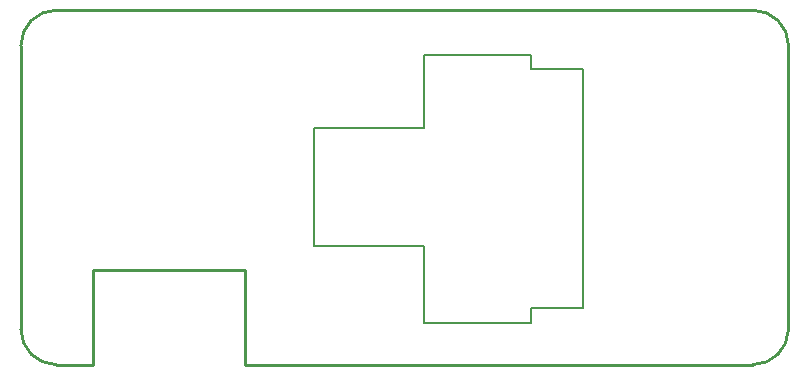
<source format=gm1>
G04 #@! TF.GenerationSoftware,KiCad,Pcbnew,(5.0.2)-1*
G04 #@! TF.CreationDate,2019-03-22T12:40:45+11:00*
G04 #@! TF.ProjectId,VeinCamHatZero,5665696e-4361-46d4-9861-745a65726f2e,rev?*
G04 #@! TF.SameCoordinates,Original*
G04 #@! TF.FileFunction,Profile,NP*
%FSLAX46Y46*%
G04 Gerber Fmt 4.6, Leading zero omitted, Abs format (unit mm)*
G04 Created by KiCad (PCBNEW (5.0.2)-1) date 22/03/2019 12:40:45*
%MOMM*%
%LPD*%
G01*
G04 APERTURE LIST*
G04 #@! TA.AperFunction,NonConductor*
%ADD10C,0.127000*%
G04 #@! TD*
G04 #@! TA.AperFunction,NonConductor*
%ADD11C,0.254000*%
G04 #@! TD*
G04 APERTURE END LIST*
D10*
G04 #@! TO.C,TP1*
X229857000Y-75000000D02*
X229857000Y-85000000D01*
X239120400Y-75000000D02*
X229857000Y-75000000D01*
X239120400Y-68830200D02*
X239120400Y-75000000D01*
X248180000Y-68830200D02*
X239120400Y-68830200D01*
X248180000Y-69981000D02*
X248180000Y-68830200D01*
X252625000Y-69981000D02*
X248180000Y-69981000D01*
X252625000Y-90250200D02*
X252625000Y-69981000D01*
X248180000Y-90250200D02*
X252625000Y-90250200D01*
X248180000Y-91500000D02*
X248180000Y-90250200D01*
X239120400Y-91500000D02*
X248180000Y-91500000D01*
X239120400Y-85000000D02*
X239120400Y-91500000D01*
X229857000Y-85000000D02*
X239120400Y-85000000D01*
D11*
X224000000Y-87008000D02*
X224000000Y-95000000D01*
X211100000Y-87008000D02*
X211100000Y-95000000D01*
X211100000Y-87008000D02*
X224000000Y-87008000D01*
X205000000Y-68000000D02*
X205000000Y-92000000D01*
X205000000Y-68000000D02*
G75*
G02X208000000Y-65000000I3000000J0D01*
G01*
X267000000Y-65000000D02*
X208000000Y-65000000D01*
X267000000Y-65000000D02*
G75*
G02X270000000Y-68000000I0J-3000000D01*
G01*
X270000000Y-92000000D02*
X270000000Y-68000000D01*
X270000000Y-92000000D02*
G75*
G02X267000000Y-95000000I-3000000J0D01*
G01*
X224000000Y-95000000D02*
X267000000Y-95000000D01*
X208000000Y-95000000D02*
X211100000Y-95000000D01*
X208000000Y-95000000D02*
G75*
G02X205000000Y-92000000I0J3000000D01*
G01*
G04 #@! TD*
M02*

</source>
